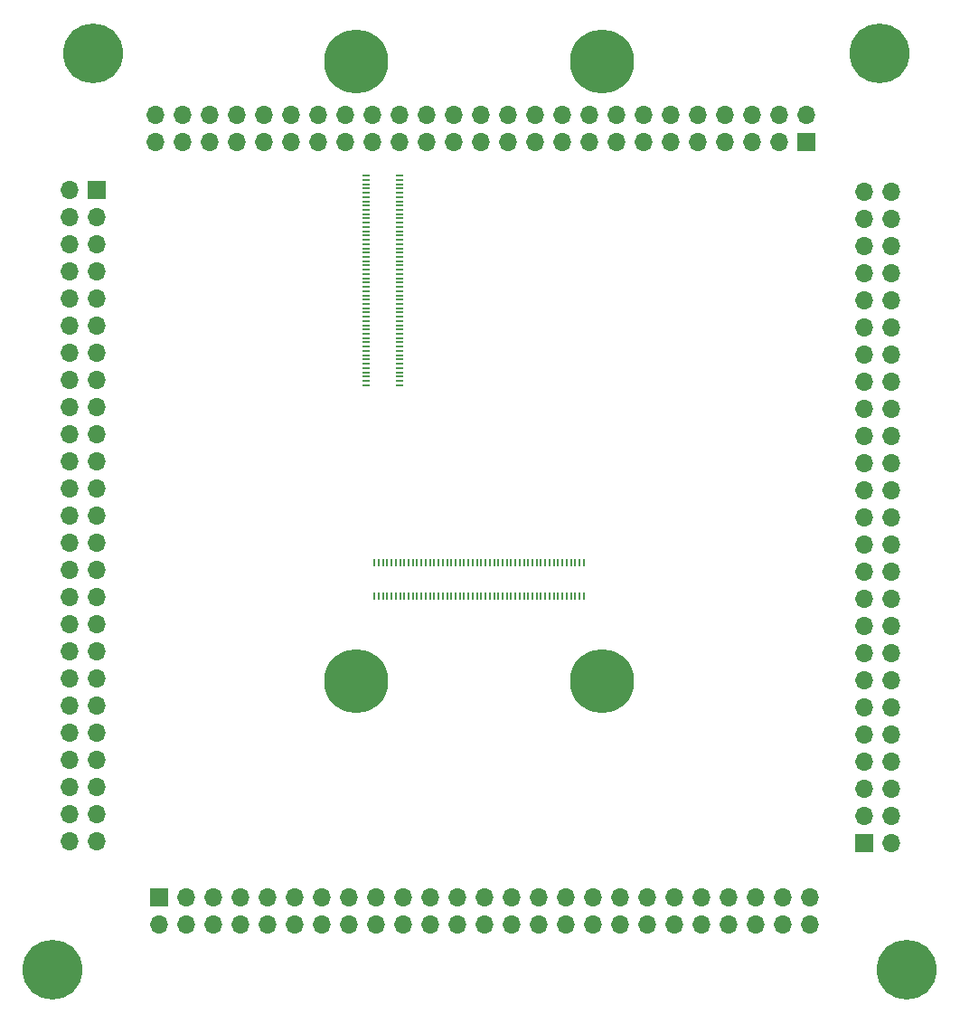
<source format=gbr>
%TF.GenerationSoftware,KiCad,Pcbnew,8.0.4*%
%TF.CreationDate,2024-08-06T12:26:23-05:00*%
%TF.ProjectId,PrintedCoralBoard,5072696e-7465-4644-936f-72616c426f61,rev?*%
%TF.SameCoordinates,Original*%
%TF.FileFunction,Soldermask,Top*%
%TF.FilePolarity,Negative*%
%FSLAX46Y46*%
G04 Gerber Fmt 4.6, Leading zero omitted, Abs format (unit mm)*
G04 Created by KiCad (PCBNEW 8.0.4) date 2024-08-06 12:26:23*
%MOMM*%
%LPD*%
G01*
G04 APERTURE LIST*
%ADD10C,6.000000*%
%ADD11C,5.600000*%
%ADD12R,0.200000X0.700000*%
%ADD13R,0.700000X0.200000*%
%ADD14R,1.700000X1.700000*%
%ADD15O,1.700000X1.700000*%
G04 APERTURE END LIST*
D10*
%TO.C,H2*%
X56510000Y-5795500D03*
%TD*%
D11*
%TO.C,H5*%
X8890000Y-5080000D03*
%TD*%
%TO.C,H7*%
X85090000Y-90810000D03*
%TD*%
D12*
%TO.C,J1*%
X54810000Y-55835500D03*
X54810000Y-52755500D03*
X54410000Y-55835500D03*
X54410000Y-52755500D03*
X54010000Y-55835500D03*
X54010000Y-52755500D03*
X53610000Y-55835500D03*
X53610000Y-52755500D03*
X53210000Y-55835500D03*
X53210000Y-52755500D03*
X52810000Y-55835500D03*
X52810000Y-52755500D03*
X52410000Y-55835500D03*
X52410000Y-52755500D03*
X52010000Y-55835500D03*
X52010000Y-52755500D03*
X51610000Y-55835500D03*
X51610000Y-52755500D03*
X51210000Y-55835500D03*
X51210000Y-52755500D03*
X50810000Y-55835500D03*
X50810000Y-52755500D03*
X50410000Y-55835500D03*
X50410000Y-52755500D03*
X50010000Y-55835500D03*
X50010000Y-52755500D03*
X49610000Y-55835500D03*
X49610000Y-52755500D03*
X49210000Y-55835500D03*
X49210000Y-52755500D03*
X48810000Y-55835500D03*
X48810000Y-52755500D03*
X48410000Y-55835500D03*
X48410000Y-52755500D03*
X48010000Y-55835500D03*
X48010000Y-52755500D03*
X47610000Y-55835500D03*
X47610000Y-52755500D03*
X47210000Y-55835500D03*
X47210000Y-52755500D03*
X46810000Y-55835500D03*
X46810000Y-52755500D03*
X46410000Y-55835500D03*
X46410000Y-52755500D03*
X46010000Y-55835500D03*
X46010000Y-52755500D03*
X45610000Y-55835500D03*
X45610000Y-52755500D03*
X45210000Y-55835500D03*
X45210000Y-52755500D03*
X44810000Y-55835500D03*
X44810000Y-52755500D03*
X44410000Y-55835500D03*
X44410000Y-52755500D03*
X44010000Y-55835500D03*
X44010000Y-52755500D03*
X43610000Y-55835500D03*
X43610000Y-52755500D03*
X43210000Y-55835500D03*
X43210000Y-52755500D03*
X42810000Y-55835500D03*
X42810000Y-52755500D03*
X42410000Y-55835500D03*
X42410000Y-52755500D03*
X42010000Y-55835500D03*
X42010000Y-52755500D03*
X41610000Y-55835500D03*
X41610000Y-52755500D03*
X41210000Y-55835500D03*
X41210000Y-52755500D03*
X40810000Y-55835500D03*
X40810000Y-52755500D03*
X40410000Y-55835500D03*
X40410000Y-52755500D03*
X40010000Y-55835500D03*
X40010000Y-52755500D03*
X39610000Y-55835500D03*
X39610000Y-52755500D03*
X39210000Y-55835500D03*
X39210000Y-52755500D03*
X38810000Y-55835500D03*
X38810000Y-52755500D03*
X38410000Y-55835500D03*
X38410000Y-52755500D03*
X38010000Y-55835500D03*
X38010000Y-52755500D03*
X37610000Y-55835500D03*
X37610000Y-52755500D03*
X37210000Y-55835500D03*
X37210000Y-52755500D03*
X36810000Y-55835500D03*
X36810000Y-52755500D03*
X36410000Y-55835500D03*
X36410000Y-52755500D03*
X36010000Y-55835500D03*
X36010000Y-52755500D03*
X35610000Y-55835500D03*
X35610000Y-52755500D03*
X35210000Y-55835500D03*
X35210000Y-52755500D03*
%TD*%
D10*
%TO.C,H4*%
X56510000Y-63795500D03*
%TD*%
%TO.C,H3*%
X33510000Y-63795500D03*
%TD*%
D11*
%TO.C,H8*%
X5080000Y-90810000D03*
%TD*%
D13*
%TO.C,J2*%
X34470000Y-36095500D03*
X37550000Y-36095500D03*
X34470000Y-35695500D03*
X37550000Y-35695500D03*
X34470000Y-35295500D03*
X37550000Y-35295500D03*
X34470000Y-34895500D03*
X37550000Y-34895500D03*
X34470000Y-34495500D03*
X37550000Y-34495500D03*
X34470000Y-34095500D03*
X37550000Y-34095500D03*
X34470000Y-33695500D03*
X37550000Y-33695500D03*
X34470000Y-33295500D03*
X37550000Y-33295500D03*
X34470000Y-32895500D03*
X37550000Y-32895500D03*
X34470000Y-32495500D03*
X37550000Y-32495500D03*
X34470000Y-32095500D03*
X37550000Y-32095500D03*
X34470000Y-31695500D03*
X37550000Y-31695500D03*
X34470000Y-31295500D03*
X37550000Y-31295500D03*
X34470000Y-30895500D03*
X37550000Y-30895500D03*
X34470000Y-30495500D03*
X37550000Y-30495500D03*
X34470000Y-30095500D03*
X37550000Y-30095500D03*
X34470000Y-29695500D03*
X37550000Y-29695500D03*
X34470000Y-29295500D03*
X37550000Y-29295500D03*
X34470000Y-28895500D03*
X37550000Y-28895500D03*
X34470000Y-28495500D03*
X37550000Y-28495500D03*
X34470000Y-28095500D03*
X37550000Y-28095500D03*
X34470000Y-27695500D03*
X37550000Y-27695500D03*
X34470000Y-27295500D03*
X37550000Y-27295500D03*
X34470000Y-26895500D03*
X37550000Y-26895500D03*
X34470000Y-26495500D03*
X37550000Y-26495500D03*
X34470000Y-26095500D03*
X37550000Y-26095500D03*
X34470000Y-25695500D03*
X37550000Y-25695500D03*
X34470000Y-25295500D03*
X37550000Y-25295500D03*
X34470000Y-24895500D03*
X37550000Y-24895500D03*
X34470000Y-24495500D03*
X37550000Y-24495500D03*
X34470000Y-24095500D03*
X37550000Y-24095500D03*
X34470000Y-23695500D03*
X37550000Y-23695500D03*
X34470000Y-23295500D03*
X37550000Y-23295500D03*
X34470000Y-22895500D03*
X37550000Y-22895500D03*
X34470000Y-22495500D03*
X37550000Y-22495500D03*
X34470000Y-22095500D03*
X37550000Y-22095500D03*
X34470000Y-21695500D03*
X37550000Y-21695500D03*
X34470000Y-21295500D03*
X37550000Y-21295500D03*
X34470000Y-20895500D03*
X37550000Y-20895500D03*
X34470000Y-20495500D03*
X37550000Y-20495500D03*
X34470000Y-20095500D03*
X37550000Y-20095500D03*
X34470000Y-19695500D03*
X37550000Y-19695500D03*
X34470000Y-19295500D03*
X37550000Y-19295500D03*
X34470000Y-18895500D03*
X37550000Y-18895500D03*
X34470000Y-18495500D03*
X37550000Y-18495500D03*
X34470000Y-18095500D03*
X37550000Y-18095500D03*
X34470000Y-17695500D03*
X37550000Y-17695500D03*
X34470000Y-17295500D03*
X37550000Y-17295500D03*
X34470000Y-16895500D03*
X37550000Y-16895500D03*
X34470000Y-16495500D03*
X37550000Y-16495500D03*
%TD*%
D11*
%TO.C,H6*%
X82550000Y-5080000D03*
%TD*%
D10*
%TO.C,H1*%
X33510000Y-5795500D03*
%TD*%
D14*
%TO.C,J5*%
X75660000Y-13380000D03*
D15*
X75660000Y-10840000D03*
X73120000Y-13380000D03*
X73120000Y-10840000D03*
X70580000Y-13380000D03*
X70580000Y-10840000D03*
X68040000Y-13380000D03*
X68040000Y-10840000D03*
X65500000Y-13380000D03*
X65500000Y-10840000D03*
X62960000Y-13380000D03*
X62960000Y-10840000D03*
X60420000Y-13380000D03*
X60420000Y-10840000D03*
X57880000Y-13380000D03*
X57880000Y-10840000D03*
X55340000Y-13380000D03*
X55340000Y-10840000D03*
X52800000Y-13380000D03*
X52800000Y-10840000D03*
X50260000Y-13380000D03*
X50260000Y-10840000D03*
X47720000Y-13380000D03*
X47720000Y-10840000D03*
X45180000Y-13380000D03*
X45180000Y-10840000D03*
X42640000Y-13380000D03*
X42640000Y-10840000D03*
X40100000Y-13380000D03*
X40100000Y-10840000D03*
X37560000Y-13380000D03*
X37560000Y-10840000D03*
X35020000Y-13380000D03*
X35020000Y-10840000D03*
X32480000Y-13380000D03*
X32480000Y-10840000D03*
X29940000Y-13380000D03*
X29940000Y-10840000D03*
X27400000Y-13380000D03*
X27400000Y-10840000D03*
X24860000Y-13380000D03*
X24860000Y-10840000D03*
X22320000Y-13380000D03*
X22320000Y-10840000D03*
X19780000Y-13380000D03*
X19780000Y-10840000D03*
X17240000Y-13380000D03*
X17240000Y-10840000D03*
X14700000Y-13380000D03*
X14700000Y-10840000D03*
%TD*%
D14*
%TO.C,J4*%
X9180000Y-17840000D03*
D15*
X6640000Y-17840000D03*
X9180000Y-20380000D03*
X6640000Y-20380000D03*
X9180000Y-22920000D03*
X6640000Y-22920000D03*
X9180000Y-25460000D03*
X6640000Y-25460000D03*
X9180000Y-28000000D03*
X6640000Y-28000000D03*
X9180000Y-30540000D03*
X6640000Y-30540000D03*
X9180000Y-33080000D03*
X6640000Y-33080000D03*
X9180000Y-35620000D03*
X6640000Y-35620000D03*
X9180000Y-38160000D03*
X6640000Y-38160000D03*
X9180000Y-40700000D03*
X6640000Y-40700000D03*
X9180000Y-43240000D03*
X6640000Y-43240000D03*
X9180000Y-45780000D03*
X6640000Y-45780000D03*
X9180000Y-48320000D03*
X6640000Y-48320000D03*
X9180000Y-50860000D03*
X6640000Y-50860000D03*
X9180000Y-53400000D03*
X6640000Y-53400000D03*
X9180000Y-55940000D03*
X6640000Y-55940000D03*
X9180000Y-58480000D03*
X6640000Y-58480000D03*
X9180000Y-61020000D03*
X6640000Y-61020000D03*
X9180000Y-63560000D03*
X6640000Y-63560000D03*
X9180000Y-66100000D03*
X6640000Y-66100000D03*
X9180000Y-68640000D03*
X6640000Y-68640000D03*
X9180000Y-71180000D03*
X6640000Y-71180000D03*
X9180000Y-73720000D03*
X6640000Y-73720000D03*
X9180000Y-76260000D03*
X6640000Y-76260000D03*
X9180000Y-78800000D03*
X6640000Y-78800000D03*
%TD*%
D14*
%TO.C,J6*%
X81060000Y-78920000D03*
D15*
X83600000Y-78920000D03*
X81060000Y-76380000D03*
X83600000Y-76380000D03*
X81060000Y-73840000D03*
X83600000Y-73840000D03*
X81060000Y-71300000D03*
X83600000Y-71300000D03*
X81060000Y-68760000D03*
X83600000Y-68760000D03*
X81060000Y-66220000D03*
X83600000Y-66220000D03*
X81060000Y-63680000D03*
X83600000Y-63680000D03*
X81060000Y-61140000D03*
X83600000Y-61140000D03*
X81060000Y-58600000D03*
X83600000Y-58600000D03*
X81060000Y-56060000D03*
X83600000Y-56060000D03*
X81060000Y-53520000D03*
X83600000Y-53520000D03*
X81060000Y-50980000D03*
X83600000Y-50980000D03*
X81060000Y-48440000D03*
X83600000Y-48440000D03*
X81060000Y-45900000D03*
X83600000Y-45900000D03*
X81060000Y-43360000D03*
X83600000Y-43360000D03*
X81060000Y-40820000D03*
X83600000Y-40820000D03*
X81060000Y-38280000D03*
X83600000Y-38280000D03*
X81060000Y-35740000D03*
X83600000Y-35740000D03*
X81060000Y-33200000D03*
X83600000Y-33200000D03*
X81060000Y-30660000D03*
X83600000Y-30660000D03*
X81060000Y-28120000D03*
X83600000Y-28120000D03*
X81060000Y-25580000D03*
X83600000Y-25580000D03*
X81060000Y-23040000D03*
X83600000Y-23040000D03*
X81060000Y-20500000D03*
X83600000Y-20500000D03*
X81060000Y-17960000D03*
X83600000Y-17960000D03*
%TD*%
D14*
%TO.C,J7*%
X15020000Y-84000000D03*
D15*
X15020000Y-86540000D03*
X17560000Y-84000000D03*
X17560000Y-86540000D03*
X20100000Y-84000000D03*
X20100000Y-86540000D03*
X22640000Y-84000000D03*
X22640000Y-86540000D03*
X25180000Y-84000000D03*
X25180000Y-86540000D03*
X27720000Y-84000000D03*
X27720000Y-86540000D03*
X30260000Y-84000000D03*
X30260000Y-86540000D03*
X32800000Y-84000000D03*
X32800000Y-86540000D03*
X35340000Y-84000000D03*
X35340000Y-86540000D03*
X37880000Y-84000000D03*
X37880000Y-86540000D03*
X40420000Y-84000000D03*
X40420000Y-86540000D03*
X42960000Y-84000000D03*
X42960000Y-86540000D03*
X45500000Y-84000000D03*
X45500000Y-86540000D03*
X48040000Y-84000000D03*
X48040000Y-86540000D03*
X50580000Y-84000000D03*
X50580000Y-86540000D03*
X53120000Y-84000000D03*
X53120000Y-86540000D03*
X55660000Y-84000000D03*
X55660000Y-86540000D03*
X58200000Y-84000000D03*
X58200000Y-86540000D03*
X60740000Y-84000000D03*
X60740000Y-86540000D03*
X63280000Y-84000000D03*
X63280000Y-86540000D03*
X65820000Y-84000000D03*
X65820000Y-86540000D03*
X68360000Y-84000000D03*
X68360000Y-86540000D03*
X70900000Y-84000000D03*
X70900000Y-86540000D03*
X73440000Y-84000000D03*
X73440000Y-86540000D03*
X75980000Y-84000000D03*
X75980000Y-86540000D03*
%TD*%
M02*

</source>
